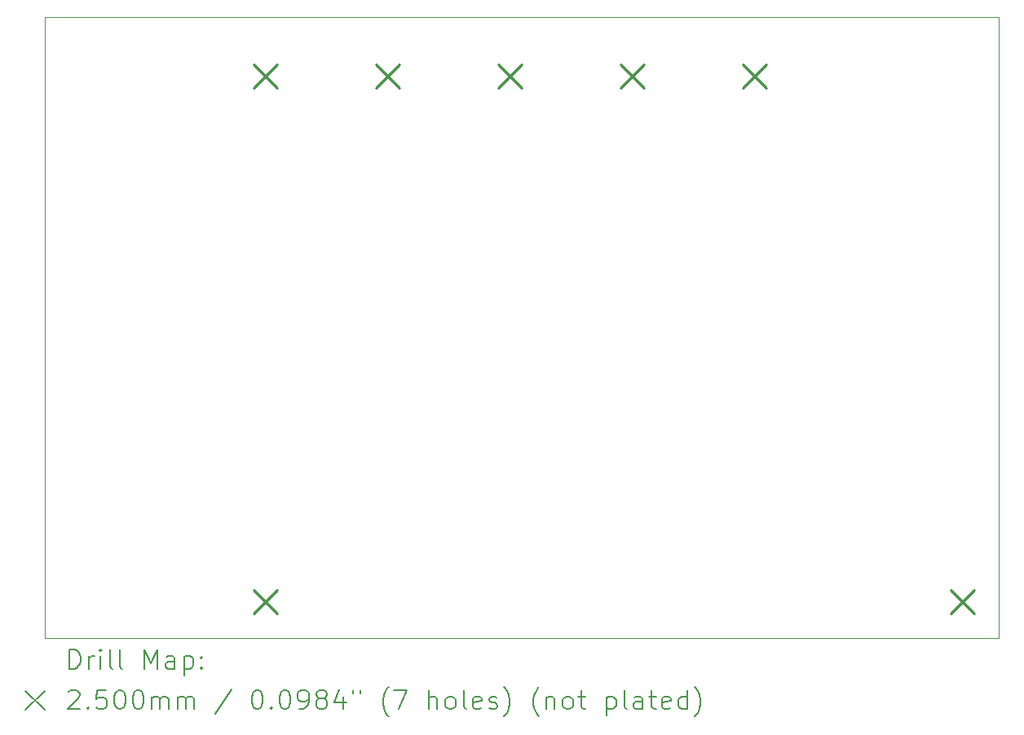
<source format=gbr>
%FSLAX45Y45*%
G04 Gerber Fmt 4.5, Leading zero omitted, Abs format (unit mm)*
G04 Created by KiCad (PCBNEW 6.0.4-6f826c9f35~116~ubuntu20.04.1) date 2022-04-27 17:59:14*
%MOMM*%
%LPD*%
G01*
G04 APERTURE LIST*
%TA.AperFunction,Profile*%
%ADD10C,0.100000*%
%TD*%
%ADD11C,0.200000*%
%ADD12C,0.250000*%
G04 APERTURE END LIST*
D10*
X21463000Y-10287000D02*
X11557000Y-10287000D01*
X11557000Y-10287000D02*
X11557000Y-3835400D01*
X11557000Y-3835400D02*
X21463000Y-3835400D01*
X21463000Y-3835400D02*
X21463000Y-10287000D01*
D11*
D12*
X13718000Y-4320000D02*
X13968000Y-4570000D01*
X13968000Y-4320000D02*
X13718000Y-4570000D01*
X13718000Y-9781000D02*
X13968000Y-10031000D01*
X13968000Y-9781000D02*
X13718000Y-10031000D01*
X14988000Y-4320000D02*
X15238000Y-4570000D01*
X15238000Y-4320000D02*
X14988000Y-4570000D01*
X16258000Y-4320000D02*
X16508000Y-4570000D01*
X16508000Y-4320000D02*
X16258000Y-4570000D01*
X17528000Y-4320000D02*
X17778000Y-4570000D01*
X17778000Y-4320000D02*
X17528000Y-4570000D01*
X18798000Y-4320000D02*
X19048000Y-4570000D01*
X19048000Y-4320000D02*
X18798000Y-4570000D01*
X20957000Y-9781000D02*
X21207000Y-10031000D01*
X21207000Y-9781000D02*
X20957000Y-10031000D01*
D11*
X11809619Y-10602476D02*
X11809619Y-10402476D01*
X11857238Y-10402476D01*
X11885809Y-10412000D01*
X11904857Y-10431048D01*
X11914381Y-10450095D01*
X11923905Y-10488190D01*
X11923905Y-10516762D01*
X11914381Y-10554857D01*
X11904857Y-10573905D01*
X11885809Y-10592952D01*
X11857238Y-10602476D01*
X11809619Y-10602476D01*
X12009619Y-10602476D02*
X12009619Y-10469143D01*
X12009619Y-10507238D02*
X12019143Y-10488190D01*
X12028667Y-10478667D01*
X12047714Y-10469143D01*
X12066762Y-10469143D01*
X12133428Y-10602476D02*
X12133428Y-10469143D01*
X12133428Y-10402476D02*
X12123905Y-10412000D01*
X12133428Y-10421524D01*
X12142952Y-10412000D01*
X12133428Y-10402476D01*
X12133428Y-10421524D01*
X12257238Y-10602476D02*
X12238190Y-10592952D01*
X12228667Y-10573905D01*
X12228667Y-10402476D01*
X12362000Y-10602476D02*
X12342952Y-10592952D01*
X12333428Y-10573905D01*
X12333428Y-10402476D01*
X12590571Y-10602476D02*
X12590571Y-10402476D01*
X12657238Y-10545333D01*
X12723905Y-10402476D01*
X12723905Y-10602476D01*
X12904857Y-10602476D02*
X12904857Y-10497714D01*
X12895333Y-10478667D01*
X12876286Y-10469143D01*
X12838190Y-10469143D01*
X12819143Y-10478667D01*
X12904857Y-10592952D02*
X12885809Y-10602476D01*
X12838190Y-10602476D01*
X12819143Y-10592952D01*
X12809619Y-10573905D01*
X12809619Y-10554857D01*
X12819143Y-10535810D01*
X12838190Y-10526286D01*
X12885809Y-10526286D01*
X12904857Y-10516762D01*
X13000095Y-10469143D02*
X13000095Y-10669143D01*
X13000095Y-10478667D02*
X13019143Y-10469143D01*
X13057238Y-10469143D01*
X13076286Y-10478667D01*
X13085809Y-10488190D01*
X13095333Y-10507238D01*
X13095333Y-10564381D01*
X13085809Y-10583429D01*
X13076286Y-10592952D01*
X13057238Y-10602476D01*
X13019143Y-10602476D01*
X13000095Y-10592952D01*
X13181048Y-10583429D02*
X13190571Y-10592952D01*
X13181048Y-10602476D01*
X13171524Y-10592952D01*
X13181048Y-10583429D01*
X13181048Y-10602476D01*
X13181048Y-10478667D02*
X13190571Y-10488190D01*
X13181048Y-10497714D01*
X13171524Y-10488190D01*
X13181048Y-10478667D01*
X13181048Y-10497714D01*
X11352000Y-10832000D02*
X11552000Y-11032000D01*
X11552000Y-10832000D02*
X11352000Y-11032000D01*
X11800095Y-10841524D02*
X11809619Y-10832000D01*
X11828667Y-10822476D01*
X11876286Y-10822476D01*
X11895333Y-10832000D01*
X11904857Y-10841524D01*
X11914381Y-10860571D01*
X11914381Y-10879619D01*
X11904857Y-10908190D01*
X11790571Y-11022476D01*
X11914381Y-11022476D01*
X12000095Y-11003429D02*
X12009619Y-11012952D01*
X12000095Y-11022476D01*
X11990571Y-11012952D01*
X12000095Y-11003429D01*
X12000095Y-11022476D01*
X12190571Y-10822476D02*
X12095333Y-10822476D01*
X12085809Y-10917714D01*
X12095333Y-10908190D01*
X12114381Y-10898667D01*
X12162000Y-10898667D01*
X12181048Y-10908190D01*
X12190571Y-10917714D01*
X12200095Y-10936762D01*
X12200095Y-10984381D01*
X12190571Y-11003429D01*
X12181048Y-11012952D01*
X12162000Y-11022476D01*
X12114381Y-11022476D01*
X12095333Y-11012952D01*
X12085809Y-11003429D01*
X12323905Y-10822476D02*
X12342952Y-10822476D01*
X12362000Y-10832000D01*
X12371524Y-10841524D01*
X12381048Y-10860571D01*
X12390571Y-10898667D01*
X12390571Y-10946286D01*
X12381048Y-10984381D01*
X12371524Y-11003429D01*
X12362000Y-11012952D01*
X12342952Y-11022476D01*
X12323905Y-11022476D01*
X12304857Y-11012952D01*
X12295333Y-11003429D01*
X12285809Y-10984381D01*
X12276286Y-10946286D01*
X12276286Y-10898667D01*
X12285809Y-10860571D01*
X12295333Y-10841524D01*
X12304857Y-10832000D01*
X12323905Y-10822476D01*
X12514381Y-10822476D02*
X12533428Y-10822476D01*
X12552476Y-10832000D01*
X12562000Y-10841524D01*
X12571524Y-10860571D01*
X12581048Y-10898667D01*
X12581048Y-10946286D01*
X12571524Y-10984381D01*
X12562000Y-11003429D01*
X12552476Y-11012952D01*
X12533428Y-11022476D01*
X12514381Y-11022476D01*
X12495333Y-11012952D01*
X12485809Y-11003429D01*
X12476286Y-10984381D01*
X12466762Y-10946286D01*
X12466762Y-10898667D01*
X12476286Y-10860571D01*
X12485809Y-10841524D01*
X12495333Y-10832000D01*
X12514381Y-10822476D01*
X12666762Y-11022476D02*
X12666762Y-10889143D01*
X12666762Y-10908190D02*
X12676286Y-10898667D01*
X12695333Y-10889143D01*
X12723905Y-10889143D01*
X12742952Y-10898667D01*
X12752476Y-10917714D01*
X12752476Y-11022476D01*
X12752476Y-10917714D02*
X12762000Y-10898667D01*
X12781048Y-10889143D01*
X12809619Y-10889143D01*
X12828667Y-10898667D01*
X12838190Y-10917714D01*
X12838190Y-11022476D01*
X12933428Y-11022476D02*
X12933428Y-10889143D01*
X12933428Y-10908190D02*
X12942952Y-10898667D01*
X12962000Y-10889143D01*
X12990571Y-10889143D01*
X13009619Y-10898667D01*
X13019143Y-10917714D01*
X13019143Y-11022476D01*
X13019143Y-10917714D02*
X13028667Y-10898667D01*
X13047714Y-10889143D01*
X13076286Y-10889143D01*
X13095333Y-10898667D01*
X13104857Y-10917714D01*
X13104857Y-11022476D01*
X13495333Y-10812952D02*
X13323905Y-11070095D01*
X13752476Y-10822476D02*
X13771524Y-10822476D01*
X13790571Y-10832000D01*
X13800095Y-10841524D01*
X13809619Y-10860571D01*
X13819143Y-10898667D01*
X13819143Y-10946286D01*
X13809619Y-10984381D01*
X13800095Y-11003429D01*
X13790571Y-11012952D01*
X13771524Y-11022476D01*
X13752476Y-11022476D01*
X13733428Y-11012952D01*
X13723905Y-11003429D01*
X13714381Y-10984381D01*
X13704857Y-10946286D01*
X13704857Y-10898667D01*
X13714381Y-10860571D01*
X13723905Y-10841524D01*
X13733428Y-10832000D01*
X13752476Y-10822476D01*
X13904857Y-11003429D02*
X13914381Y-11012952D01*
X13904857Y-11022476D01*
X13895333Y-11012952D01*
X13904857Y-11003429D01*
X13904857Y-11022476D01*
X14038190Y-10822476D02*
X14057238Y-10822476D01*
X14076286Y-10832000D01*
X14085809Y-10841524D01*
X14095333Y-10860571D01*
X14104857Y-10898667D01*
X14104857Y-10946286D01*
X14095333Y-10984381D01*
X14085809Y-11003429D01*
X14076286Y-11012952D01*
X14057238Y-11022476D01*
X14038190Y-11022476D01*
X14019143Y-11012952D01*
X14009619Y-11003429D01*
X14000095Y-10984381D01*
X13990571Y-10946286D01*
X13990571Y-10898667D01*
X14000095Y-10860571D01*
X14009619Y-10841524D01*
X14019143Y-10832000D01*
X14038190Y-10822476D01*
X14200095Y-11022476D02*
X14238190Y-11022476D01*
X14257238Y-11012952D01*
X14266762Y-11003429D01*
X14285809Y-10974857D01*
X14295333Y-10936762D01*
X14295333Y-10860571D01*
X14285809Y-10841524D01*
X14276286Y-10832000D01*
X14257238Y-10822476D01*
X14219143Y-10822476D01*
X14200095Y-10832000D01*
X14190571Y-10841524D01*
X14181048Y-10860571D01*
X14181048Y-10908190D01*
X14190571Y-10927238D01*
X14200095Y-10936762D01*
X14219143Y-10946286D01*
X14257238Y-10946286D01*
X14276286Y-10936762D01*
X14285809Y-10927238D01*
X14295333Y-10908190D01*
X14409619Y-10908190D02*
X14390571Y-10898667D01*
X14381048Y-10889143D01*
X14371524Y-10870095D01*
X14371524Y-10860571D01*
X14381048Y-10841524D01*
X14390571Y-10832000D01*
X14409619Y-10822476D01*
X14447714Y-10822476D01*
X14466762Y-10832000D01*
X14476286Y-10841524D01*
X14485809Y-10860571D01*
X14485809Y-10870095D01*
X14476286Y-10889143D01*
X14466762Y-10898667D01*
X14447714Y-10908190D01*
X14409619Y-10908190D01*
X14390571Y-10917714D01*
X14381048Y-10927238D01*
X14371524Y-10946286D01*
X14371524Y-10984381D01*
X14381048Y-11003429D01*
X14390571Y-11012952D01*
X14409619Y-11022476D01*
X14447714Y-11022476D01*
X14466762Y-11012952D01*
X14476286Y-11003429D01*
X14485809Y-10984381D01*
X14485809Y-10946286D01*
X14476286Y-10927238D01*
X14466762Y-10917714D01*
X14447714Y-10908190D01*
X14657238Y-10889143D02*
X14657238Y-11022476D01*
X14609619Y-10812952D02*
X14562000Y-10955810D01*
X14685809Y-10955810D01*
X14752476Y-10822476D02*
X14752476Y-10860571D01*
X14828667Y-10822476D02*
X14828667Y-10860571D01*
X15123905Y-11098667D02*
X15114381Y-11089143D01*
X15095333Y-11060571D01*
X15085809Y-11041524D01*
X15076286Y-11012952D01*
X15066762Y-10965333D01*
X15066762Y-10927238D01*
X15076286Y-10879619D01*
X15085809Y-10851048D01*
X15095333Y-10832000D01*
X15114381Y-10803429D01*
X15123905Y-10793905D01*
X15181048Y-10822476D02*
X15314381Y-10822476D01*
X15228667Y-11022476D01*
X15542952Y-11022476D02*
X15542952Y-10822476D01*
X15628667Y-11022476D02*
X15628667Y-10917714D01*
X15619143Y-10898667D01*
X15600095Y-10889143D01*
X15571524Y-10889143D01*
X15552476Y-10898667D01*
X15542952Y-10908190D01*
X15752476Y-11022476D02*
X15733428Y-11012952D01*
X15723905Y-11003429D01*
X15714381Y-10984381D01*
X15714381Y-10927238D01*
X15723905Y-10908190D01*
X15733428Y-10898667D01*
X15752476Y-10889143D01*
X15781048Y-10889143D01*
X15800095Y-10898667D01*
X15809619Y-10908190D01*
X15819143Y-10927238D01*
X15819143Y-10984381D01*
X15809619Y-11003429D01*
X15800095Y-11012952D01*
X15781048Y-11022476D01*
X15752476Y-11022476D01*
X15933428Y-11022476D02*
X15914381Y-11012952D01*
X15904857Y-10993905D01*
X15904857Y-10822476D01*
X16085809Y-11012952D02*
X16066762Y-11022476D01*
X16028667Y-11022476D01*
X16009619Y-11012952D01*
X16000095Y-10993905D01*
X16000095Y-10917714D01*
X16009619Y-10898667D01*
X16028667Y-10889143D01*
X16066762Y-10889143D01*
X16085809Y-10898667D01*
X16095333Y-10917714D01*
X16095333Y-10936762D01*
X16000095Y-10955810D01*
X16171524Y-11012952D02*
X16190571Y-11022476D01*
X16228667Y-11022476D01*
X16247714Y-11012952D01*
X16257238Y-10993905D01*
X16257238Y-10984381D01*
X16247714Y-10965333D01*
X16228667Y-10955810D01*
X16200095Y-10955810D01*
X16181048Y-10946286D01*
X16171524Y-10927238D01*
X16171524Y-10917714D01*
X16181048Y-10898667D01*
X16200095Y-10889143D01*
X16228667Y-10889143D01*
X16247714Y-10898667D01*
X16323905Y-11098667D02*
X16333428Y-11089143D01*
X16352476Y-11060571D01*
X16362000Y-11041524D01*
X16371524Y-11012952D01*
X16381048Y-10965333D01*
X16381048Y-10927238D01*
X16371524Y-10879619D01*
X16362000Y-10851048D01*
X16352476Y-10832000D01*
X16333428Y-10803429D01*
X16323905Y-10793905D01*
X16685809Y-11098667D02*
X16676286Y-11089143D01*
X16657238Y-11060571D01*
X16647714Y-11041524D01*
X16638190Y-11012952D01*
X16628667Y-10965333D01*
X16628667Y-10927238D01*
X16638190Y-10879619D01*
X16647714Y-10851048D01*
X16657238Y-10832000D01*
X16676286Y-10803429D01*
X16685809Y-10793905D01*
X16762000Y-10889143D02*
X16762000Y-11022476D01*
X16762000Y-10908190D02*
X16771524Y-10898667D01*
X16790571Y-10889143D01*
X16819143Y-10889143D01*
X16838190Y-10898667D01*
X16847714Y-10917714D01*
X16847714Y-11022476D01*
X16971524Y-11022476D02*
X16952476Y-11012952D01*
X16942952Y-11003429D01*
X16933429Y-10984381D01*
X16933429Y-10927238D01*
X16942952Y-10908190D01*
X16952476Y-10898667D01*
X16971524Y-10889143D01*
X17000095Y-10889143D01*
X17019143Y-10898667D01*
X17028667Y-10908190D01*
X17038190Y-10927238D01*
X17038190Y-10984381D01*
X17028667Y-11003429D01*
X17019143Y-11012952D01*
X17000095Y-11022476D01*
X16971524Y-11022476D01*
X17095333Y-10889143D02*
X17171524Y-10889143D01*
X17123905Y-10822476D02*
X17123905Y-10993905D01*
X17133429Y-11012952D01*
X17152476Y-11022476D01*
X17171524Y-11022476D01*
X17390571Y-10889143D02*
X17390571Y-11089143D01*
X17390571Y-10898667D02*
X17409619Y-10889143D01*
X17447714Y-10889143D01*
X17466762Y-10898667D01*
X17476286Y-10908190D01*
X17485810Y-10927238D01*
X17485810Y-10984381D01*
X17476286Y-11003429D01*
X17466762Y-11012952D01*
X17447714Y-11022476D01*
X17409619Y-11022476D01*
X17390571Y-11012952D01*
X17600095Y-11022476D02*
X17581048Y-11012952D01*
X17571524Y-10993905D01*
X17571524Y-10822476D01*
X17762000Y-11022476D02*
X17762000Y-10917714D01*
X17752476Y-10898667D01*
X17733429Y-10889143D01*
X17695333Y-10889143D01*
X17676286Y-10898667D01*
X17762000Y-11012952D02*
X17742952Y-11022476D01*
X17695333Y-11022476D01*
X17676286Y-11012952D01*
X17666762Y-10993905D01*
X17666762Y-10974857D01*
X17676286Y-10955810D01*
X17695333Y-10946286D01*
X17742952Y-10946286D01*
X17762000Y-10936762D01*
X17828667Y-10889143D02*
X17904857Y-10889143D01*
X17857238Y-10822476D02*
X17857238Y-10993905D01*
X17866762Y-11012952D01*
X17885810Y-11022476D01*
X17904857Y-11022476D01*
X18047714Y-11012952D02*
X18028667Y-11022476D01*
X17990571Y-11022476D01*
X17971524Y-11012952D01*
X17962000Y-10993905D01*
X17962000Y-10917714D01*
X17971524Y-10898667D01*
X17990571Y-10889143D01*
X18028667Y-10889143D01*
X18047714Y-10898667D01*
X18057238Y-10917714D01*
X18057238Y-10936762D01*
X17962000Y-10955810D01*
X18228667Y-11022476D02*
X18228667Y-10822476D01*
X18228667Y-11012952D02*
X18209619Y-11022476D01*
X18171524Y-11022476D01*
X18152476Y-11012952D01*
X18142952Y-11003429D01*
X18133429Y-10984381D01*
X18133429Y-10927238D01*
X18142952Y-10908190D01*
X18152476Y-10898667D01*
X18171524Y-10889143D01*
X18209619Y-10889143D01*
X18228667Y-10898667D01*
X18304857Y-11098667D02*
X18314381Y-11089143D01*
X18333429Y-11060571D01*
X18342952Y-11041524D01*
X18352476Y-11012952D01*
X18362000Y-10965333D01*
X18362000Y-10927238D01*
X18352476Y-10879619D01*
X18342952Y-10851048D01*
X18333429Y-10832000D01*
X18314381Y-10803429D01*
X18304857Y-10793905D01*
M02*

</source>
